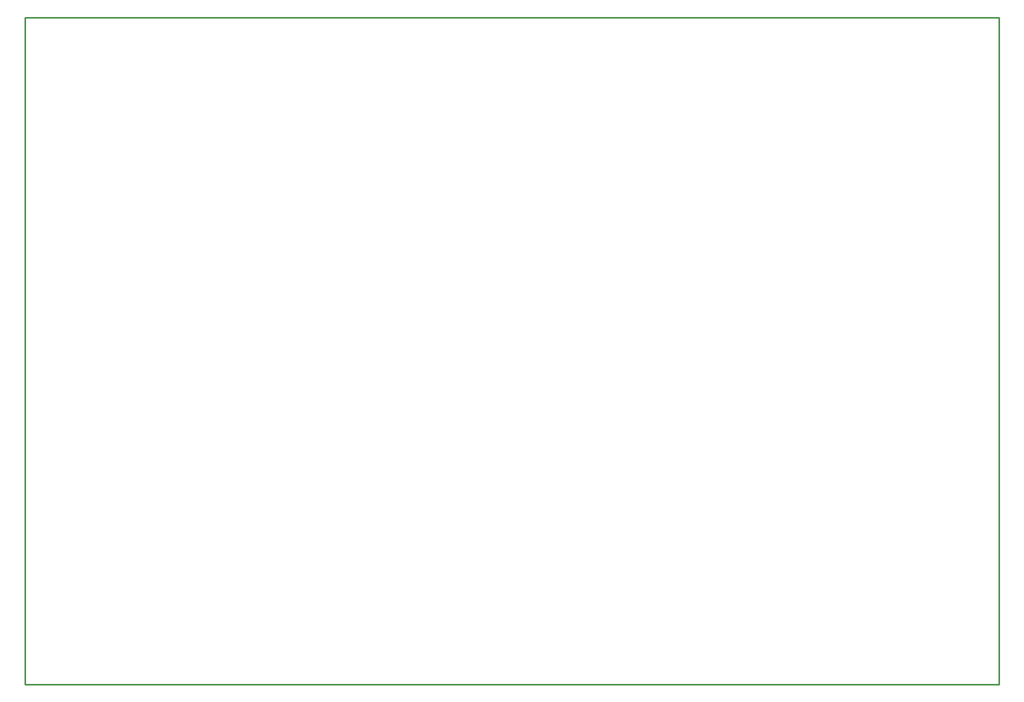
<source format=gko>
G04 Layer: BoardOutlineLayer*
G04 EasyEDA v6.5.34, 2023-10-02 14:14:04*
G04 f8cec7c47a1a460abc9a27ceab174a81,9d3d63f08f7d425b882531a970cedf0e,10*
G04 Gerber Generator version 0.2*
G04 Scale: 100 percent, Rotated: No, Reflected: No *
G04 Dimensions in inches *
G04 leading zeros omitted , absolute positions ,3 integer and 6 decimal *
%FSLAX36Y36*%
%MOIN*%

%ADD10C,0.0100*%
D10*
X280000Y5205000D02*
G01*
X6380000Y5205000D01*
X6380000Y1025000D01*
X280000Y1025000D01*
X280000Y5205000D01*

%LPD*%
M02*

</source>
